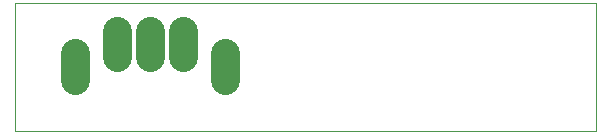
<source format=gbs>
G75*
%MOIN*%
%OFA0B0*%
%FSLAX25Y25*%
%IPPOS*%
%LPD*%
%AMOC8*
5,1,8,0,0,1.08239X$1,22.5*
%
%ADD10C,0.00000*%
%ADD11C,0.09658*%
D10*
X0001937Y0003333D02*
X0001937Y0045794D01*
X0195638Y0045794D01*
X0195638Y0003333D01*
X0001937Y0003333D01*
D11*
X0021937Y0020404D02*
X0021937Y0029262D01*
X0035937Y0027904D02*
X0035937Y0036762D01*
X0046937Y0036762D02*
X0046937Y0027904D01*
X0057937Y0027904D02*
X0057937Y0036762D01*
X0071937Y0029262D02*
X0071937Y0020404D01*
M02*

</source>
